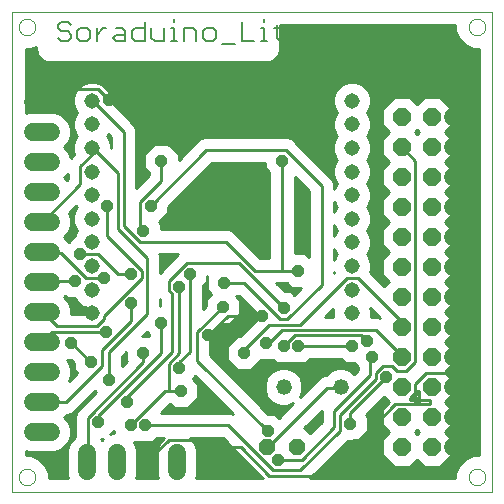
<source format=gbl>
G75*
G70*
%OFA0B0*%
%FSLAX24Y24*%
%IPPOS*%
%LPD*%
%AMOC8*
5,1,8,0,0,1.08239X$1,22.5*
%
%ADD10C,0.0000*%
%ADD11C,0.0060*%
%ADD12C,0.0520*%
%ADD13OC8,0.0520*%
%ADD14C,0.0515*%
%ADD15C,0.0600*%
%ADD16OC8,0.0600*%
%ADD17C,0.0100*%
%ADD18OC8,0.0400*%
D10*
X000417Y000150D02*
X000417Y016150D01*
X016417Y016150D01*
X016417Y000150D01*
X000417Y000150D01*
X000641Y000650D02*
X000643Y000683D01*
X000649Y000715D01*
X000658Y000746D01*
X000671Y000776D01*
X000688Y000804D01*
X000708Y000830D01*
X000731Y000854D01*
X000756Y000874D01*
X000784Y000892D01*
X000813Y000906D01*
X000844Y000916D01*
X000876Y000923D01*
X000909Y000926D01*
X000942Y000925D01*
X000974Y000920D01*
X001005Y000911D01*
X001036Y000899D01*
X001064Y000883D01*
X001091Y000864D01*
X001115Y000842D01*
X001136Y000817D01*
X001155Y000790D01*
X001170Y000761D01*
X001181Y000731D01*
X001189Y000699D01*
X001193Y000666D01*
X001193Y000634D01*
X001189Y000601D01*
X001181Y000569D01*
X001170Y000539D01*
X001155Y000510D01*
X001136Y000483D01*
X001115Y000458D01*
X001091Y000436D01*
X001064Y000417D01*
X001036Y000401D01*
X001005Y000389D01*
X000974Y000380D01*
X000942Y000375D01*
X000909Y000374D01*
X000876Y000377D01*
X000844Y000384D01*
X000813Y000394D01*
X000784Y000408D01*
X000756Y000426D01*
X000731Y000446D01*
X000708Y000470D01*
X000688Y000496D01*
X000671Y000524D01*
X000658Y000554D01*
X000649Y000585D01*
X000643Y000617D01*
X000641Y000650D01*
X015641Y000650D02*
X015643Y000683D01*
X015649Y000715D01*
X015658Y000746D01*
X015671Y000776D01*
X015688Y000804D01*
X015708Y000830D01*
X015731Y000854D01*
X015756Y000874D01*
X015784Y000892D01*
X015813Y000906D01*
X015844Y000916D01*
X015876Y000923D01*
X015909Y000926D01*
X015942Y000925D01*
X015974Y000920D01*
X016005Y000911D01*
X016036Y000899D01*
X016064Y000883D01*
X016091Y000864D01*
X016115Y000842D01*
X016136Y000817D01*
X016155Y000790D01*
X016170Y000761D01*
X016181Y000731D01*
X016189Y000699D01*
X016193Y000666D01*
X016193Y000634D01*
X016189Y000601D01*
X016181Y000569D01*
X016170Y000539D01*
X016155Y000510D01*
X016136Y000483D01*
X016115Y000458D01*
X016091Y000436D01*
X016064Y000417D01*
X016036Y000401D01*
X016005Y000389D01*
X015974Y000380D01*
X015942Y000375D01*
X015909Y000374D01*
X015876Y000377D01*
X015844Y000384D01*
X015813Y000394D01*
X015784Y000408D01*
X015756Y000426D01*
X015731Y000446D01*
X015708Y000470D01*
X015688Y000496D01*
X015671Y000524D01*
X015658Y000554D01*
X015649Y000585D01*
X015643Y000617D01*
X015641Y000650D01*
X015641Y015650D02*
X015643Y015683D01*
X015649Y015715D01*
X015658Y015746D01*
X015671Y015776D01*
X015688Y015804D01*
X015708Y015830D01*
X015731Y015854D01*
X015756Y015874D01*
X015784Y015892D01*
X015813Y015906D01*
X015844Y015916D01*
X015876Y015923D01*
X015909Y015926D01*
X015942Y015925D01*
X015974Y015920D01*
X016005Y015911D01*
X016036Y015899D01*
X016064Y015883D01*
X016091Y015864D01*
X016115Y015842D01*
X016136Y015817D01*
X016155Y015790D01*
X016170Y015761D01*
X016181Y015731D01*
X016189Y015699D01*
X016193Y015666D01*
X016193Y015634D01*
X016189Y015601D01*
X016181Y015569D01*
X016170Y015539D01*
X016155Y015510D01*
X016136Y015483D01*
X016115Y015458D01*
X016091Y015436D01*
X016064Y015417D01*
X016036Y015401D01*
X016005Y015389D01*
X015974Y015380D01*
X015942Y015375D01*
X015909Y015374D01*
X015876Y015377D01*
X015844Y015384D01*
X015813Y015394D01*
X015784Y015408D01*
X015756Y015426D01*
X015731Y015446D01*
X015708Y015470D01*
X015688Y015496D01*
X015671Y015524D01*
X015658Y015554D01*
X015649Y015585D01*
X015643Y015617D01*
X015641Y015650D01*
X000641Y015650D02*
X000643Y015683D01*
X000649Y015715D01*
X000658Y015746D01*
X000671Y015776D01*
X000688Y015804D01*
X000708Y015830D01*
X000731Y015854D01*
X000756Y015874D01*
X000784Y015892D01*
X000813Y015906D01*
X000844Y015916D01*
X000876Y015923D01*
X000909Y015926D01*
X000942Y015925D01*
X000974Y015920D01*
X001005Y015911D01*
X001036Y015899D01*
X001064Y015883D01*
X001091Y015864D01*
X001115Y015842D01*
X001136Y015817D01*
X001155Y015790D01*
X001170Y015761D01*
X001181Y015731D01*
X001189Y015699D01*
X001193Y015666D01*
X001193Y015634D01*
X001189Y015601D01*
X001181Y015569D01*
X001170Y015539D01*
X001155Y015510D01*
X001136Y015483D01*
X001115Y015458D01*
X001091Y015436D01*
X001064Y015417D01*
X001036Y015401D01*
X001005Y015389D01*
X000974Y015380D01*
X000942Y015375D01*
X000909Y015374D01*
X000876Y015377D01*
X000844Y015384D01*
X000813Y015394D01*
X000784Y015408D01*
X000756Y015426D01*
X000731Y015446D01*
X000708Y015470D01*
X000688Y015496D01*
X000671Y015524D01*
X000658Y015554D01*
X000649Y015585D01*
X000643Y015617D01*
X000641Y015650D01*
D11*
X001947Y015607D02*
X002053Y015500D01*
X002267Y015500D01*
X002374Y015394D01*
X002374Y015287D01*
X002267Y015180D01*
X002053Y015180D01*
X001947Y015287D01*
X001947Y015607D02*
X001947Y015714D01*
X002053Y015821D01*
X002267Y015821D01*
X002374Y015714D01*
X002591Y015500D02*
X002591Y015287D01*
X002698Y015180D01*
X002911Y015180D01*
X003018Y015287D01*
X003018Y015500D01*
X002911Y015607D01*
X002698Y015607D01*
X002591Y015500D01*
X003236Y015394D02*
X003449Y015607D01*
X003556Y015607D01*
X003236Y015607D02*
X003236Y015180D01*
X003773Y015287D02*
X003880Y015394D01*
X004200Y015394D01*
X004200Y015500D02*
X004200Y015180D01*
X003880Y015180D01*
X003773Y015287D01*
X003880Y015607D02*
X004093Y015607D01*
X004200Y015500D01*
X004417Y015500D02*
X004417Y015287D01*
X004524Y015180D01*
X004844Y015180D01*
X004844Y015821D01*
X004844Y015607D02*
X004524Y015607D01*
X004417Y015500D01*
X005062Y015607D02*
X005062Y015287D01*
X005169Y015180D01*
X005489Y015180D01*
X005489Y015607D01*
X005707Y015607D02*
X005813Y015607D01*
X005813Y015180D01*
X005707Y015180D02*
X005920Y015180D01*
X006136Y015180D02*
X006136Y015607D01*
X006457Y015607D01*
X006563Y015500D01*
X006563Y015180D01*
X006781Y015287D02*
X006781Y015500D01*
X006888Y015607D01*
X007101Y015607D01*
X007208Y015500D01*
X007208Y015287D01*
X007101Y015180D01*
X006888Y015180D01*
X006781Y015287D01*
X007425Y015073D02*
X007852Y015073D01*
X008070Y015180D02*
X008497Y015180D01*
X008714Y015180D02*
X008928Y015180D01*
X008821Y015180D02*
X008821Y015607D01*
X008714Y015607D01*
X008821Y015821D02*
X008821Y015927D01*
X009144Y015607D02*
X009358Y015607D01*
X009251Y015714D02*
X009251Y015287D01*
X009358Y015180D01*
X009574Y015287D02*
X009574Y015500D01*
X009681Y015607D01*
X009894Y015607D01*
X010001Y015500D01*
X010001Y015394D01*
X009574Y015394D01*
X009574Y015287D02*
X009681Y015180D01*
X009894Y015180D01*
X008070Y015180D02*
X008070Y015821D01*
X005813Y015821D02*
X005813Y015927D01*
D12*
X009467Y003650D03*
X011367Y003650D03*
D13*
X011917Y001650D03*
X009917Y001650D03*
X008917Y001650D03*
X006917Y001650D03*
D14*
X003086Y006107D03*
X003086Y006894D03*
X003086Y007681D03*
X003086Y008469D03*
X003086Y009256D03*
X003086Y010044D03*
X003086Y010831D03*
X003086Y011619D03*
X003086Y012406D03*
X003086Y013193D03*
X011747Y013193D03*
X011747Y012406D03*
X011747Y011619D03*
X011747Y010831D03*
X011747Y010044D03*
X011747Y009256D03*
X011747Y008469D03*
X011747Y007681D03*
X011747Y006894D03*
X011747Y006107D03*
D15*
X015117Y005650D02*
X015717Y005650D01*
X015717Y004650D02*
X015117Y004650D01*
X015117Y003650D02*
X015717Y003650D01*
X015717Y002650D02*
X015117Y002650D01*
X015117Y001650D02*
X015717Y001650D01*
X015717Y006650D02*
X015117Y006650D01*
X015117Y007650D02*
X015717Y007650D01*
X015717Y008650D02*
X015117Y008650D01*
X015117Y009650D02*
X015717Y009650D01*
X015717Y010650D02*
X015117Y010650D01*
X015117Y011650D02*
X015717Y011650D01*
X015717Y012650D02*
X015117Y012650D01*
X005917Y001450D02*
X005917Y000850D01*
X004917Y000850D02*
X004917Y001450D01*
X003917Y001450D02*
X003917Y000850D01*
X002917Y000850D02*
X002917Y001450D01*
X001717Y002150D02*
X001117Y002150D01*
X001117Y003150D02*
X001717Y003150D01*
X001717Y004150D02*
X001117Y004150D01*
X001117Y005150D02*
X001717Y005150D01*
X001717Y006150D02*
X001117Y006150D01*
X001117Y007150D02*
X001717Y007150D01*
X001717Y008150D02*
X001117Y008150D01*
X001117Y009150D02*
X001717Y009150D01*
X001717Y010150D02*
X001117Y010150D01*
X001117Y011150D02*
X001717Y011150D01*
X001717Y012150D02*
X001117Y012150D01*
X001117Y013150D02*
X001717Y013150D01*
D16*
X013417Y012650D03*
X014417Y012650D03*
X014417Y011650D03*
X014417Y010650D03*
X014417Y009650D03*
X014417Y008650D03*
X013417Y008650D03*
X013417Y009650D03*
X013417Y010650D03*
X013417Y011650D03*
X013417Y007650D03*
X014417Y007650D03*
X014417Y006650D03*
X014417Y005650D03*
X014417Y004650D03*
X014417Y003650D03*
X014417Y002650D03*
X014417Y001650D03*
X013417Y001650D03*
X013417Y002650D03*
X013417Y003650D03*
X013417Y004650D03*
X013417Y005650D03*
X013417Y006650D03*
D17*
X012963Y007144D02*
X012677Y007144D01*
X012579Y007242D02*
X012877Y007242D01*
X012969Y007150D02*
X012747Y007372D01*
X012747Y007928D01*
X012969Y008150D01*
X012747Y008372D01*
X012747Y008928D01*
X012969Y009150D01*
X012747Y009372D01*
X012747Y009928D01*
X012969Y010150D01*
X012747Y010372D01*
X012747Y010928D01*
X012969Y011150D01*
X012747Y011372D01*
X012747Y011928D01*
X012969Y012150D01*
X012747Y012372D01*
X012747Y012928D01*
X013139Y013320D01*
X013694Y013320D01*
X013917Y013098D01*
X014139Y013320D01*
X014694Y013320D01*
X015087Y012928D01*
X015087Y012372D01*
X014864Y012150D01*
X015087Y011928D01*
X015087Y011372D01*
X014864Y011150D01*
X015087Y010928D01*
X015087Y010372D01*
X014864Y010150D01*
X015087Y009928D01*
X015087Y009372D01*
X014864Y009150D01*
X015087Y008928D01*
X015087Y008372D01*
X014864Y008150D01*
X015087Y007928D01*
X015087Y007372D01*
X014864Y007150D01*
X015087Y006928D01*
X015087Y006372D01*
X014864Y006150D01*
X015087Y005928D01*
X015087Y005372D01*
X014864Y005150D01*
X015087Y004928D01*
X015087Y004372D01*
X014864Y004150D01*
X015087Y003928D01*
X015087Y003372D01*
X014864Y003150D01*
X015087Y002928D01*
X015087Y002372D01*
X014864Y002150D01*
X015087Y001928D01*
X015087Y001372D01*
X014694Y000980D01*
X014139Y000980D01*
X013917Y001202D01*
X013694Y000980D01*
X013139Y000980D01*
X012747Y001372D01*
X012747Y001928D01*
X012969Y002150D01*
X012747Y002372D01*
X012747Y002928D01*
X012969Y003150D01*
X012810Y003309D01*
X012217Y002716D01*
X012267Y002666D01*
X012267Y002194D01*
X011933Y001860D01*
X011601Y001860D01*
X010341Y000600D01*
X015191Y000600D01*
X015191Y000794D01*
X015302Y001061D01*
X015506Y001265D01*
X015772Y001376D01*
X015967Y001376D01*
X015967Y014924D01*
X015772Y014924D01*
X015506Y015035D01*
X015302Y015239D01*
X015191Y015506D01*
X015191Y015700D01*
X009337Y015700D01*
X009337Y014899D01*
X009334Y014864D01*
X009328Y014829D01*
X009320Y014794D01*
X009309Y014761D01*
X009296Y014728D01*
X009279Y014697D01*
X009261Y014666D01*
X009240Y014638D01*
X009217Y014611D01*
X009192Y014586D01*
X009165Y014563D01*
X009137Y014542D01*
X009107Y014524D01*
X009075Y014508D01*
X009042Y014494D01*
X009009Y014483D01*
X008974Y014475D01*
X008940Y014469D01*
X008904Y014467D01*
X001666Y014467D01*
X001630Y014469D01*
X001595Y014475D01*
X001561Y014483D01*
X001527Y014494D01*
X001495Y014508D01*
X001463Y014524D01*
X001433Y014542D01*
X001405Y014563D01*
X001378Y014586D01*
X001353Y014611D01*
X001330Y014638D01*
X001309Y014666D01*
X001290Y014697D01*
X001274Y014728D01*
X001261Y014761D01*
X001250Y014794D01*
X001242Y014829D01*
X001236Y014864D01*
X001233Y014899D01*
X001233Y014996D01*
X001061Y014924D01*
X000867Y014924D01*
X000867Y012772D01*
X000983Y012820D01*
X001850Y012820D01*
X002096Y012718D01*
X002285Y012530D01*
X002387Y012283D01*
X002387Y012017D01*
X002285Y011770D01*
X002164Y011650D01*
X002285Y011530D01*
X002384Y011291D01*
X002496Y011403D01*
X002458Y011494D01*
X002458Y011743D01*
X002554Y011974D01*
X002592Y012012D01*
X002554Y012050D01*
X002458Y012281D01*
X002458Y012531D01*
X002554Y012761D01*
X002592Y012800D01*
X002554Y012838D01*
X002458Y013068D01*
X002458Y013318D01*
X002554Y013549D01*
X002731Y013725D01*
X002961Y013821D01*
X003211Y013821D01*
X003441Y013725D01*
X003618Y013549D01*
X003713Y013318D01*
X003713Y013167D01*
X004493Y012388D01*
X004557Y012234D01*
X004557Y010284D01*
X004977Y010704D01*
X004977Y010804D01*
X004827Y010954D01*
X004827Y011426D01*
X005161Y011760D01*
X005633Y011760D01*
X005967Y011426D01*
X005967Y011214D01*
X006659Y011906D01*
X006813Y011970D01*
X009620Y011970D01*
X009775Y011906D01*
X009893Y011788D01*
X011093Y010588D01*
X011157Y010434D01*
X011157Y010257D01*
X011215Y010399D01*
X011254Y010437D01*
X011215Y010476D01*
X011120Y010706D01*
X011120Y010956D01*
X011215Y011187D01*
X011254Y011225D01*
X011215Y011263D01*
X011120Y011494D01*
X011120Y011743D01*
X011215Y011974D01*
X011254Y012012D01*
X011215Y012050D01*
X011120Y012281D01*
X011120Y012531D01*
X011215Y012761D01*
X011254Y012800D01*
X011215Y012838D01*
X011120Y013068D01*
X011120Y013318D01*
X011215Y013549D01*
X011392Y013725D01*
X011623Y013821D01*
X011872Y013821D01*
X012103Y013725D01*
X012279Y013549D01*
X012375Y013318D01*
X012375Y013068D01*
X012279Y012838D01*
X012241Y012800D01*
X012279Y012761D01*
X012375Y012531D01*
X012375Y012281D01*
X012279Y012050D01*
X012241Y012012D01*
X012279Y011974D01*
X012375Y011743D01*
X012375Y011494D01*
X012279Y011263D01*
X012241Y011225D01*
X012279Y011187D01*
X012375Y010956D01*
X012375Y010706D01*
X012279Y010476D01*
X012241Y010437D01*
X012279Y010399D01*
X012375Y010169D01*
X012375Y009919D01*
X012279Y009688D01*
X012241Y009650D01*
X012279Y009612D01*
X012375Y009381D01*
X012375Y009131D01*
X012279Y008901D01*
X012241Y008863D01*
X012279Y008824D01*
X012375Y008594D01*
X012375Y008344D01*
X012279Y008113D01*
X012241Y008075D01*
X012279Y008037D01*
X012375Y007806D01*
X012375Y007557D01*
X012342Y007478D01*
X012820Y007001D01*
X012969Y007150D01*
X012864Y007045D02*
X012776Y007045D01*
X012779Y007341D02*
X012480Y007341D01*
X012382Y007439D02*
X012747Y007439D01*
X012747Y007538D02*
X012367Y007538D01*
X012375Y007636D02*
X012747Y007636D01*
X012747Y007735D02*
X012375Y007735D01*
X012364Y007833D02*
X012747Y007833D01*
X012751Y007932D02*
X012323Y007932D01*
X012282Y008030D02*
X012849Y008030D01*
X012948Y008129D02*
X012286Y008129D01*
X012326Y008227D02*
X012892Y008227D01*
X012794Y008326D02*
X012367Y008326D01*
X012375Y008424D02*
X012747Y008424D01*
X012747Y008523D02*
X012375Y008523D01*
X012364Y008621D02*
X012747Y008621D01*
X012747Y008720D02*
X012323Y008720D01*
X012282Y008818D02*
X012747Y008818D01*
X012747Y008917D02*
X012286Y008917D01*
X012327Y009015D02*
X012834Y009015D01*
X012933Y009114D02*
X012367Y009114D01*
X012375Y009212D02*
X012907Y009212D01*
X012809Y009311D02*
X012375Y009311D01*
X012363Y009409D02*
X012747Y009409D01*
X012747Y009508D02*
X012322Y009508D01*
X012282Y009606D02*
X012747Y009606D01*
X012747Y009705D02*
X012286Y009705D01*
X012327Y009803D02*
X012747Y009803D01*
X012747Y009902D02*
X012368Y009902D01*
X012375Y010000D02*
X012819Y010000D01*
X012918Y010099D02*
X012375Y010099D01*
X012363Y010197D02*
X012922Y010197D01*
X012824Y010296D02*
X012322Y010296D01*
X012281Y010394D02*
X012747Y010394D01*
X012747Y010493D02*
X012286Y010493D01*
X012327Y010591D02*
X012747Y010591D01*
X012747Y010690D02*
X012368Y010690D01*
X012375Y010788D02*
X012747Y010788D01*
X012747Y010887D02*
X012375Y010887D01*
X012363Y010985D02*
X012804Y010985D01*
X012903Y011084D02*
X012322Y011084D01*
X012281Y011182D02*
X012937Y011182D01*
X012839Y011281D02*
X012287Y011281D01*
X012327Y011379D02*
X012747Y011379D01*
X012747Y011478D02*
X012368Y011478D01*
X012375Y011576D02*
X012747Y011576D01*
X012747Y011675D02*
X012375Y011675D01*
X012363Y011773D02*
X012747Y011773D01*
X012747Y011872D02*
X012322Y011872D01*
X012281Y011970D02*
X012789Y011970D01*
X012888Y012069D02*
X012287Y012069D01*
X012328Y012167D02*
X012952Y012167D01*
X012854Y012266D02*
X012368Y012266D01*
X012375Y012364D02*
X012755Y012364D01*
X012747Y012463D02*
X012375Y012463D01*
X012362Y012561D02*
X012747Y012561D01*
X012747Y012660D02*
X012321Y012660D01*
X012281Y012758D02*
X012747Y012758D01*
X012747Y012857D02*
X012287Y012857D01*
X012328Y012955D02*
X012774Y012955D01*
X012873Y013054D02*
X012369Y013054D01*
X012375Y013152D02*
X012971Y013152D01*
X013070Y013251D02*
X012375Y013251D01*
X012362Y013349D02*
X015967Y013349D01*
X015967Y013251D02*
X014764Y013251D01*
X014862Y013152D02*
X015967Y013152D01*
X015967Y013054D02*
X014961Y013054D01*
X015059Y012955D02*
X015967Y012955D01*
X015967Y012857D02*
X015087Y012857D01*
X015087Y012758D02*
X015967Y012758D01*
X015967Y012660D02*
X015087Y012660D01*
X015087Y012561D02*
X015967Y012561D01*
X015967Y012463D02*
X015087Y012463D01*
X015078Y012364D02*
X015967Y012364D01*
X015967Y012266D02*
X014980Y012266D01*
X014881Y012167D02*
X015967Y012167D01*
X015967Y012069D02*
X014946Y012069D01*
X015044Y011970D02*
X015967Y011970D01*
X015967Y011872D02*
X015087Y011872D01*
X015087Y011773D02*
X015967Y011773D01*
X015967Y011675D02*
X015087Y011675D01*
X015087Y011576D02*
X015967Y011576D01*
X015967Y011478D02*
X015087Y011478D01*
X015087Y011379D02*
X015967Y011379D01*
X015967Y011281D02*
X014995Y011281D01*
X014896Y011182D02*
X015967Y011182D01*
X015967Y011084D02*
X014931Y011084D01*
X015029Y010985D02*
X015967Y010985D01*
X015967Y010887D02*
X015087Y010887D01*
X015087Y010788D02*
X015967Y010788D01*
X015967Y010690D02*
X015087Y010690D01*
X015087Y010591D02*
X015967Y010591D01*
X015967Y010493D02*
X015087Y010493D01*
X015087Y010394D02*
X015967Y010394D01*
X015967Y010296D02*
X015010Y010296D01*
X014911Y010197D02*
X015967Y010197D01*
X015967Y010099D02*
X014916Y010099D01*
X015014Y010000D02*
X015967Y010000D01*
X015967Y009902D02*
X015087Y009902D01*
X015087Y009803D02*
X015967Y009803D01*
X015967Y009705D02*
X015087Y009705D01*
X015087Y009606D02*
X015967Y009606D01*
X015967Y009508D02*
X015087Y009508D01*
X015087Y009409D02*
X015967Y009409D01*
X015967Y009311D02*
X015025Y009311D01*
X014926Y009212D02*
X015967Y009212D01*
X015967Y009114D02*
X014901Y009114D01*
X014999Y009015D02*
X015967Y009015D01*
X015967Y008917D02*
X015087Y008917D01*
X015087Y008818D02*
X015967Y008818D01*
X015967Y008720D02*
X015087Y008720D01*
X015087Y008621D02*
X015967Y008621D01*
X015967Y008523D02*
X015087Y008523D01*
X015087Y008424D02*
X015967Y008424D01*
X015967Y008326D02*
X015040Y008326D01*
X014941Y008227D02*
X015967Y008227D01*
X015967Y008129D02*
X014886Y008129D01*
X014984Y008030D02*
X015967Y008030D01*
X015967Y007932D02*
X015083Y007932D01*
X015087Y007833D02*
X015967Y007833D01*
X015967Y007735D02*
X015087Y007735D01*
X015087Y007636D02*
X015967Y007636D01*
X015967Y007538D02*
X015087Y007538D01*
X015087Y007439D02*
X015967Y007439D01*
X015967Y007341D02*
X015055Y007341D01*
X014956Y007242D02*
X015967Y007242D01*
X015967Y007144D02*
X014871Y007144D01*
X014969Y007045D02*
X015967Y007045D01*
X015967Y006947D02*
X015068Y006947D01*
X015087Y006848D02*
X015967Y006848D01*
X015967Y006750D02*
X015087Y006750D01*
X015087Y006651D02*
X015967Y006651D01*
X015967Y006553D02*
X015087Y006553D01*
X015087Y006454D02*
X015967Y006454D01*
X015967Y006356D02*
X015070Y006356D01*
X014971Y006257D02*
X015967Y006257D01*
X015967Y006159D02*
X014873Y006159D01*
X014954Y006060D02*
X015967Y006060D01*
X015967Y005962D02*
X015053Y005962D01*
X015087Y005863D02*
X015967Y005863D01*
X015967Y005765D02*
X015087Y005765D01*
X015087Y005666D02*
X015967Y005666D01*
X015967Y005568D02*
X015087Y005568D01*
X015087Y005469D02*
X015967Y005469D01*
X015967Y005371D02*
X015085Y005371D01*
X014986Y005272D02*
X015967Y005272D01*
X015967Y005174D02*
X014888Y005174D01*
X014939Y005075D02*
X015967Y005075D01*
X015967Y004977D02*
X015038Y004977D01*
X015087Y004878D02*
X015967Y004878D01*
X015967Y004780D02*
X015087Y004780D01*
X015087Y004681D02*
X015967Y004681D01*
X015967Y004583D02*
X015087Y004583D01*
X015087Y004484D02*
X015967Y004484D01*
X015967Y004386D02*
X015087Y004386D01*
X015001Y004287D02*
X015967Y004287D01*
X015967Y004189D02*
X014903Y004189D01*
X014877Y004110D02*
X015417Y004650D01*
X014997Y004110D02*
X015417Y003690D01*
X015417Y003650D01*
X015087Y003696D02*
X015967Y003696D01*
X015967Y003598D02*
X015087Y003598D01*
X015087Y003499D02*
X015967Y003499D01*
X015967Y003401D02*
X015087Y003401D01*
X015016Y003302D02*
X015967Y003302D01*
X015967Y003204D02*
X014918Y003204D01*
X014909Y003105D02*
X015967Y003105D01*
X015967Y003007D02*
X015008Y003007D01*
X015087Y002908D02*
X015967Y002908D01*
X015967Y002810D02*
X015087Y002810D01*
X015087Y002711D02*
X015967Y002711D01*
X015967Y002613D02*
X015087Y002613D01*
X015087Y002514D02*
X015967Y002514D01*
X015967Y002416D02*
X015087Y002416D01*
X015031Y002317D02*
X015967Y002317D01*
X015967Y002219D02*
X014933Y002219D01*
X014894Y002120D02*
X015967Y002120D01*
X015967Y002022D02*
X014993Y002022D01*
X015087Y001923D02*
X015967Y001923D01*
X015967Y001825D02*
X015087Y001825D01*
X015087Y001726D02*
X015967Y001726D01*
X015967Y001628D02*
X015087Y001628D01*
X015087Y001529D02*
X015967Y001529D01*
X015967Y001431D02*
X015087Y001431D01*
X015046Y001332D02*
X015667Y001332D01*
X015474Y001234D02*
X014948Y001234D01*
X014849Y001135D02*
X015376Y001135D01*
X015291Y001037D02*
X014751Y001037D01*
X015210Y000840D02*
X010580Y000840D01*
X010679Y000938D02*
X015251Y000938D01*
X015191Y000741D02*
X010482Y000741D01*
X010383Y000643D02*
X015191Y000643D01*
X014083Y001037D02*
X013751Y001037D01*
X013849Y001135D02*
X013984Y001135D01*
X013083Y001037D02*
X010777Y001037D01*
X010876Y001135D02*
X012984Y001135D01*
X012886Y001234D02*
X010974Y001234D01*
X011073Y001332D02*
X012787Y001332D01*
X012747Y001431D02*
X011171Y001431D01*
X011270Y001529D02*
X012747Y001529D01*
X012747Y001628D02*
X011368Y001628D01*
X011467Y001726D02*
X012747Y001726D01*
X012747Y001825D02*
X011565Y001825D01*
X011877Y001650D02*
X011917Y001650D01*
X011937Y001650D01*
X011937Y001830D01*
X013197Y003090D01*
X014337Y003090D01*
X014337Y003210D01*
X013677Y003210D01*
X013677Y003270D01*
X013917Y003510D01*
X013977Y003510D01*
X013977Y003270D01*
X013797Y003270D01*
X013797Y003330D01*
X013917Y003450D01*
X013857Y003510D01*
X013857Y003750D01*
X014217Y004110D01*
X014877Y004110D01*
X014997Y004110D01*
X014924Y004090D02*
X015967Y004090D01*
X015967Y003992D02*
X015023Y003992D01*
X015087Y003893D02*
X015967Y003893D01*
X015967Y003795D02*
X015087Y003795D01*
X013969Y003150D02*
X013917Y003202D01*
X013864Y003150D01*
X013917Y003098D01*
X013969Y003150D01*
X013924Y003105D02*
X013909Y003105D01*
X013917Y002202D02*
X013969Y002150D01*
X013917Y002098D01*
X013864Y002150D01*
X013917Y002202D01*
X013939Y002120D02*
X013894Y002120D01*
X012939Y002120D02*
X012193Y002120D01*
X012267Y002219D02*
X012901Y002219D01*
X012802Y002317D02*
X012267Y002317D01*
X012267Y002416D02*
X012747Y002416D01*
X012747Y002514D02*
X012267Y002514D01*
X012267Y002613D02*
X012747Y002613D01*
X012747Y002711D02*
X012222Y002711D01*
X012310Y002810D02*
X012747Y002810D01*
X012747Y002908D02*
X012409Y002908D01*
X012507Y003007D02*
X012826Y003007D01*
X012924Y003105D02*
X012606Y003105D01*
X012704Y003204D02*
X012916Y003204D01*
X012817Y003302D02*
X012803Y003302D01*
X012537Y003930D02*
X012537Y004110D01*
X012777Y004350D01*
X013077Y004350D01*
X013257Y004170D01*
X013557Y004170D01*
X013857Y004470D01*
X013857Y011190D01*
X013437Y011610D01*
X013417Y011650D01*
X013864Y012150D02*
X013917Y012098D01*
X013969Y012150D01*
X013917Y012202D01*
X013864Y012150D01*
X013881Y012167D02*
X013952Y012167D01*
X013971Y013152D02*
X013862Y013152D01*
X013764Y013251D02*
X014070Y013251D01*
X012321Y013448D02*
X015967Y013448D01*
X015967Y013546D02*
X012280Y013546D01*
X012184Y013645D02*
X015967Y013645D01*
X015967Y013743D02*
X012060Y013743D01*
X011435Y013743D02*
X003398Y013743D01*
X003522Y013645D02*
X011311Y013645D01*
X011214Y013546D02*
X003619Y013546D01*
X003660Y013448D02*
X011173Y013448D01*
X011133Y013349D02*
X003701Y013349D01*
X003713Y013251D02*
X011120Y013251D01*
X011120Y013152D02*
X003729Y013152D01*
X003657Y013230D02*
X003297Y013590D01*
X001857Y013590D01*
X001417Y013150D01*
X000867Y013152D02*
X002458Y013152D01*
X002458Y013251D02*
X000867Y013251D01*
X000867Y013349D02*
X002471Y013349D01*
X002512Y013448D02*
X000867Y013448D01*
X000867Y013546D02*
X002553Y013546D01*
X002650Y013645D02*
X000867Y013645D01*
X000867Y013743D02*
X002773Y013743D01*
X003086Y013193D02*
X003117Y013170D01*
X004137Y012150D01*
X004137Y009030D01*
X004677Y008490D01*
X007557Y008490D01*
X008517Y007530D01*
X009417Y007530D01*
X009417Y011190D01*
X009537Y011550D02*
X006897Y011550D01*
X005037Y009690D01*
X004677Y009810D02*
X004677Y008970D01*
X004797Y008850D01*
X005367Y008910D02*
X005367Y009086D01*
X005303Y009150D01*
X005607Y009454D01*
X005607Y009666D01*
X007071Y011130D01*
X008847Y011130D01*
X008847Y010954D01*
X008997Y010804D01*
X008997Y007950D01*
X008691Y007950D01*
X007913Y008728D01*
X007795Y008846D01*
X007640Y008910D01*
X005367Y008910D01*
X005367Y008917D02*
X008997Y008917D01*
X008997Y009015D02*
X005367Y009015D01*
X005339Y009114D02*
X008997Y009114D01*
X008997Y009212D02*
X005365Y009212D01*
X005463Y009311D02*
X008997Y009311D01*
X008997Y009409D02*
X005562Y009409D01*
X005607Y009508D02*
X008997Y009508D01*
X008997Y009606D02*
X005607Y009606D01*
X005645Y009705D02*
X008997Y009705D01*
X008997Y009803D02*
X005744Y009803D01*
X005842Y009902D02*
X008997Y009902D01*
X008997Y010000D02*
X005941Y010000D01*
X006039Y010099D02*
X008997Y010099D01*
X008997Y010197D02*
X006138Y010197D01*
X006236Y010296D02*
X008997Y010296D01*
X008997Y010394D02*
X006335Y010394D01*
X006433Y010493D02*
X008997Y010493D01*
X008997Y010591D02*
X006532Y010591D01*
X006630Y010690D02*
X008997Y010690D01*
X008997Y010788D02*
X006729Y010788D01*
X006827Y010887D02*
X008914Y010887D01*
X008847Y010985D02*
X006926Y010985D01*
X007024Y011084D02*
X008847Y011084D01*
X009537Y011550D02*
X010737Y010350D01*
X010737Y007050D01*
X009597Y005910D01*
X009357Y005910D01*
X008157Y007110D01*
X007497Y007110D01*
X007883Y006690D02*
X007983Y006690D01*
X008673Y006000D01*
X008641Y005968D01*
X008013Y005340D01*
X007921Y005340D01*
X007587Y005006D01*
X007587Y004534D01*
X007921Y004200D01*
X008393Y004200D01*
X008727Y004534D01*
X008727Y004560D01*
X009113Y004560D01*
X009117Y004564D01*
X009241Y004440D01*
X009713Y004440D01*
X009717Y004444D01*
X009721Y004440D01*
X010193Y004440D01*
X010343Y004590D01*
X011371Y004590D01*
X011521Y004440D01*
X011847Y004440D01*
X011847Y004414D01*
X011937Y004324D01*
X011937Y004224D01*
X011810Y004097D01*
X011724Y004184D01*
X011492Y004280D01*
X011241Y004280D01*
X011010Y004184D01*
X010876Y004050D01*
X010833Y004050D01*
X010679Y003986D01*
X010011Y003319D01*
X010097Y003525D01*
X010097Y003775D01*
X010001Y004007D01*
X009824Y004184D01*
X009592Y004280D01*
X009341Y004280D01*
X009110Y004184D01*
X008933Y004007D01*
X008837Y003775D01*
X008837Y003525D01*
X008933Y003293D01*
X009110Y003116D01*
X009341Y003020D01*
X009592Y003020D01*
X009798Y003105D01*
X009797Y003105D01*
X009798Y003105D02*
X009313Y002620D01*
X009173Y002760D01*
X008961Y002760D01*
X007017Y004704D01*
X007017Y005316D01*
X007461Y005760D01*
X007673Y005760D01*
X008007Y006094D01*
X008007Y006566D01*
X007883Y006690D01*
X007922Y006651D02*
X008022Y006651D01*
X008007Y006553D02*
X008120Y006553D01*
X008219Y006454D02*
X008007Y006454D01*
X008007Y006356D02*
X008317Y006356D01*
X008416Y006257D02*
X008007Y006257D01*
X008007Y006159D02*
X008514Y006159D01*
X008613Y006060D02*
X007973Y006060D01*
X007874Y005962D02*
X008634Y005962D01*
X008536Y005863D02*
X007776Y005863D01*
X007677Y005765D02*
X008437Y005765D01*
X008339Y005666D02*
X007367Y005666D01*
X007268Y005568D02*
X008240Y005568D01*
X008142Y005469D02*
X007170Y005469D01*
X007071Y005371D02*
X008043Y005371D01*
X007853Y005272D02*
X007017Y005272D01*
X007017Y005174D02*
X007754Y005174D01*
X007656Y005075D02*
X007017Y005075D01*
X007017Y004977D02*
X007587Y004977D01*
X007587Y004878D02*
X007017Y004878D01*
X007017Y004780D02*
X007587Y004780D01*
X007587Y004681D02*
X007040Y004681D01*
X007138Y004583D02*
X007587Y004583D01*
X007637Y004484D02*
X007237Y004484D01*
X007335Y004386D02*
X007735Y004386D01*
X007834Y004287D02*
X007434Y004287D01*
X007532Y004189D02*
X009120Y004189D01*
X009016Y004090D02*
X007631Y004090D01*
X007729Y003992D02*
X008926Y003992D01*
X008885Y003893D02*
X007828Y003893D01*
X007926Y003795D02*
X008845Y003795D01*
X008837Y003696D02*
X008025Y003696D01*
X008123Y003598D02*
X008837Y003598D01*
X008847Y003499D02*
X008222Y003499D01*
X008320Y003401D02*
X008888Y003401D01*
X008929Y003302D02*
X008419Y003302D01*
X008517Y003204D02*
X009022Y003204D01*
X009136Y003105D02*
X008616Y003105D01*
X008714Y003007D02*
X009699Y003007D01*
X009601Y002908D02*
X008813Y002908D01*
X008911Y002810D02*
X009502Y002810D01*
X009404Y002711D02*
X009222Y002711D01*
X008937Y002190D02*
X006597Y004530D01*
X006597Y005490D01*
X007437Y006330D01*
X007617Y006030D02*
X006957Y005370D01*
X006357Y004830D02*
X006357Y007410D01*
X006237Y007770D02*
X007977Y007770D01*
X009477Y006270D01*
X009501Y006840D02*
X009231Y007110D01*
X009571Y007110D01*
X009721Y006960D01*
X010053Y006960D01*
X009823Y006730D01*
X009713Y006840D01*
X009501Y006840D01*
X009493Y006848D02*
X009941Y006848D01*
X010039Y006947D02*
X009394Y006947D01*
X009296Y007045D02*
X009636Y007045D01*
X009803Y006750D02*
X009842Y006750D01*
X009957Y007530D02*
X009417Y007530D01*
X008997Y008030D02*
X008611Y008030D01*
X008512Y008129D02*
X008997Y008129D01*
X008997Y008227D02*
X008414Y008227D01*
X008315Y008326D02*
X008997Y008326D01*
X008997Y008424D02*
X008217Y008424D01*
X008118Y008523D02*
X008997Y008523D01*
X008997Y008621D02*
X008020Y008621D01*
X007921Y008720D02*
X008997Y008720D01*
X008997Y008818D02*
X007823Y008818D01*
X007913Y008728D02*
X007913Y008728D01*
X006931Y007350D02*
X006927Y007346D01*
X006927Y006874D01*
X007051Y006750D01*
X006867Y006566D01*
X006867Y006354D01*
X006777Y006264D01*
X006777Y007024D01*
X006927Y007174D01*
X006927Y007350D01*
X006931Y007350D01*
X006927Y007341D02*
X006927Y007341D01*
X006927Y007242D02*
X006927Y007242D01*
X006927Y007144D02*
X006896Y007144D01*
X006927Y007045D02*
X006798Y007045D01*
X006777Y006947D02*
X006927Y006947D01*
X006953Y006848D02*
X006777Y006848D01*
X006777Y006750D02*
X007050Y006750D01*
X006952Y006651D02*
X006777Y006651D01*
X006777Y006553D02*
X006867Y006553D01*
X006867Y006454D02*
X006777Y006454D01*
X006777Y006356D02*
X006867Y006356D01*
X007617Y006030D02*
X008757Y006030D01*
X008997Y005730D02*
X010017Y005730D01*
X011577Y007290D01*
X011937Y007290D01*
X013377Y005850D01*
X013377Y005670D01*
X013417Y005650D01*
X012693Y005940D02*
X012620Y005970D01*
X012370Y005970D01*
X012375Y005982D01*
X012375Y006232D01*
X012356Y006276D01*
X012693Y005940D01*
X012671Y005962D02*
X012641Y005962D01*
X012573Y006060D02*
X012375Y006060D01*
X012375Y006159D02*
X012474Y006159D01*
X012376Y006257D02*
X012364Y006257D01*
X012537Y005550D02*
X013437Y004650D01*
X013417Y004650D01*
X012897Y003990D02*
X011697Y002790D01*
X011697Y002430D01*
X011337Y002190D02*
X011337Y002730D01*
X012537Y003930D01*
X012357Y004050D02*
X012357Y004590D01*
X012417Y004650D01*
X012237Y005190D02*
X012057Y005370D01*
X009837Y005370D01*
X009477Y005010D01*
X009957Y005010D02*
X011757Y005010D01*
X011378Y004583D02*
X010335Y004583D01*
X010237Y004484D02*
X011477Y004484D01*
X011713Y004189D02*
X011901Y004189D01*
X011937Y004287D02*
X008480Y004287D01*
X008578Y004386D02*
X011875Y004386D01*
X012357Y004050D02*
X011157Y002850D01*
X011157Y002310D01*
X010077Y001230D01*
X009297Y001230D01*
X009117Y000870D02*
X010017Y000870D01*
X011337Y002190D01*
X011877Y001650D02*
X010917Y000690D01*
X008997Y000690D01*
X008037Y001650D01*
X006917Y001650D01*
X006897Y001650D01*
X006657Y001890D01*
X005637Y001890D01*
X004917Y001170D01*
X004917Y001150D01*
X004587Y001135D02*
X005247Y001135D01*
X005247Y001037D02*
X004587Y001037D01*
X004587Y000938D02*
X005247Y000938D01*
X005247Y000840D02*
X004587Y000840D01*
X004587Y000741D02*
X005247Y000741D01*
X005247Y000717D02*
X005295Y000600D01*
X004538Y000600D01*
X004587Y000717D01*
X004587Y001583D01*
X004497Y001800D01*
X004613Y001800D01*
X004617Y001804D01*
X004621Y001800D01*
X005093Y001800D01*
X005243Y001950D01*
X005469Y001950D01*
X005349Y001830D01*
X005247Y001583D01*
X005247Y000717D01*
X005277Y000643D02*
X004556Y000643D01*
X004587Y001234D02*
X005247Y001234D01*
X005247Y001332D02*
X004587Y001332D01*
X004587Y001431D02*
X005247Y001431D01*
X005247Y001529D02*
X004587Y001529D01*
X004568Y001628D02*
X005265Y001628D01*
X005306Y001726D02*
X004528Y001726D01*
X005117Y001825D02*
X005347Y001825D01*
X005442Y001923D02*
X005216Y001923D01*
X004857Y002370D02*
X007617Y002370D01*
X009117Y000870D01*
X008793Y000600D02*
X006538Y000600D01*
X006587Y000717D01*
X006587Y001583D01*
X006485Y001830D01*
X006364Y001950D01*
X007443Y001950D01*
X008761Y000632D01*
X008793Y000600D01*
X008750Y000643D02*
X006556Y000643D01*
X006587Y000741D02*
X008652Y000741D01*
X008553Y000840D02*
X006587Y000840D01*
X006587Y000938D02*
X008455Y000938D01*
X008356Y001037D02*
X006587Y001037D01*
X006587Y001135D02*
X008258Y001135D01*
X008159Y001234D02*
X006587Y001234D01*
X006587Y001332D02*
X008061Y001332D01*
X007962Y001431D02*
X006587Y001431D01*
X006587Y001529D02*
X007864Y001529D01*
X007765Y001628D02*
X006568Y001628D01*
X006528Y001726D02*
X007667Y001726D01*
X007568Y001825D02*
X006487Y001825D01*
X006391Y001923D02*
X007470Y001923D01*
X007773Y002760D02*
X007700Y002790D01*
X005391Y002790D01*
X005681Y003080D01*
X005821Y002940D01*
X006293Y002940D01*
X006627Y003274D01*
X006627Y003746D01*
X006443Y003930D01*
X006523Y004010D01*
X007773Y002760D01*
X007723Y002810D02*
X005410Y002810D01*
X005509Y002908D02*
X007625Y002908D01*
X007526Y003007D02*
X006359Y003007D01*
X006458Y003105D02*
X007428Y003105D01*
X007329Y003204D02*
X006556Y003204D01*
X006627Y003302D02*
X007231Y003302D01*
X007132Y003401D02*
X006627Y003401D01*
X006627Y003499D02*
X007034Y003499D01*
X006935Y003598D02*
X006627Y003598D01*
X006627Y003696D02*
X006837Y003696D01*
X006738Y003795D02*
X006578Y003795D01*
X006640Y003893D02*
X006480Y003893D01*
X006504Y003992D02*
X006541Y003992D01*
X005997Y004290D02*
X005997Y004470D01*
X006357Y004830D01*
X005997Y004770D02*
X005997Y006990D01*
X005757Y006750D02*
X005637Y006870D01*
X005637Y007170D01*
X006237Y007770D01*
X005943Y008070D02*
X005881Y008008D01*
X005337Y007464D01*
X005337Y007866D01*
X005337Y008034D01*
X005322Y008070D01*
X005943Y008070D01*
X005903Y008030D02*
X005337Y008030D01*
X005337Y007932D02*
X005804Y007932D01*
X005706Y007833D02*
X005337Y007833D01*
X005337Y007735D02*
X005607Y007735D01*
X005509Y007636D02*
X005337Y007636D01*
X005337Y007538D02*
X005410Y007538D01*
X004917Y007950D02*
X003957Y008910D01*
X003957Y010770D01*
X003117Y011610D01*
X003086Y011619D01*
X003177Y011490D01*
X002697Y011010D01*
X002697Y010410D01*
X001437Y009150D01*
X001417Y009150D01*
X002164Y008650D02*
X002285Y008770D01*
X002387Y009017D01*
X002387Y009283D01*
X002321Y009441D01*
X002561Y009681D01*
X002592Y009650D01*
X002554Y009612D01*
X002458Y009381D01*
X002458Y009131D01*
X002554Y008901D01*
X002592Y008863D01*
X002554Y008824D01*
X002478Y008640D01*
X002461Y008640D01*
X002304Y008483D01*
X002285Y008530D01*
X002164Y008650D01*
X002193Y008621D02*
X002442Y008621D01*
X002511Y008720D02*
X002234Y008720D01*
X002304Y008818D02*
X002551Y008818D01*
X002548Y008917D02*
X002345Y008917D01*
X002386Y009015D02*
X002507Y009015D01*
X002466Y009114D02*
X002387Y009114D01*
X002387Y009212D02*
X002458Y009212D01*
X002458Y009311D02*
X002375Y009311D01*
X002335Y009409D02*
X002470Y009409D01*
X002511Y009508D02*
X002388Y009508D01*
X002487Y009606D02*
X002552Y009606D01*
X002253Y010561D02*
X002277Y010584D01*
X002277Y010762D01*
X002164Y010650D01*
X002253Y010561D01*
X002277Y010591D02*
X002223Y010591D01*
X002204Y010690D02*
X002277Y010690D01*
X002347Y011379D02*
X002472Y011379D01*
X002465Y011478D02*
X002306Y011478D01*
X002238Y011576D02*
X002458Y011576D01*
X002458Y011675D02*
X002189Y011675D01*
X002286Y011773D02*
X002471Y011773D01*
X002512Y011872D02*
X002327Y011872D01*
X002367Y011970D02*
X002552Y011970D01*
X002547Y012069D02*
X002387Y012069D01*
X002387Y012167D02*
X002506Y012167D01*
X002465Y012266D02*
X002387Y012266D01*
X002353Y012364D02*
X002458Y012364D01*
X002458Y012463D02*
X002312Y012463D01*
X002253Y012561D02*
X002471Y012561D01*
X002512Y012660D02*
X002155Y012660D01*
X002000Y012758D02*
X002553Y012758D01*
X002546Y012857D02*
X000867Y012857D01*
X000867Y012955D02*
X002505Y012955D01*
X002465Y013054D02*
X000867Y013054D01*
X000867Y013842D02*
X015967Y013842D01*
X015967Y013940D02*
X000867Y013940D01*
X000867Y014039D02*
X015967Y014039D01*
X015967Y014137D02*
X000867Y014137D01*
X000867Y014236D02*
X015967Y014236D01*
X015967Y014334D02*
X000867Y014334D01*
X000867Y014433D02*
X015967Y014433D01*
X015967Y014531D02*
X009119Y014531D01*
X009233Y014630D02*
X015967Y014630D01*
X015967Y014728D02*
X009296Y014728D01*
X009328Y014827D02*
X015967Y014827D01*
X015771Y014925D02*
X009337Y014925D01*
X009337Y015024D02*
X015533Y015024D01*
X015418Y015122D02*
X009337Y015122D01*
X009337Y015221D02*
X015320Y015221D01*
X015268Y015319D02*
X009337Y015319D01*
X009337Y015418D02*
X015228Y015418D01*
X015191Y015516D02*
X009337Y015516D01*
X009337Y015615D02*
X015191Y015615D01*
X011167Y012955D02*
X003926Y012955D01*
X004024Y012857D02*
X011208Y012857D01*
X011214Y012758D02*
X004123Y012758D01*
X004221Y012660D02*
X011173Y012660D01*
X011132Y012561D02*
X004320Y012561D01*
X004418Y012463D02*
X011120Y012463D01*
X011120Y012364D02*
X004503Y012364D01*
X004543Y012266D02*
X011126Y012266D01*
X011167Y012167D02*
X004557Y012167D01*
X004557Y012069D02*
X011208Y012069D01*
X011214Y011970D02*
X004557Y011970D01*
X004557Y011872D02*
X006624Y011872D01*
X006526Y011773D02*
X004557Y011773D01*
X004557Y011675D02*
X005075Y011675D01*
X004977Y011576D02*
X004557Y011576D01*
X004557Y011478D02*
X004878Y011478D01*
X004827Y011379D02*
X004557Y011379D01*
X004557Y011281D02*
X004827Y011281D01*
X004827Y011182D02*
X004557Y011182D01*
X004557Y011084D02*
X004827Y011084D01*
X004827Y010985D02*
X004557Y010985D01*
X004557Y010887D02*
X004894Y010887D01*
X004977Y010788D02*
X004557Y010788D01*
X004557Y010690D02*
X004962Y010690D01*
X004864Y010591D02*
X004557Y010591D01*
X004557Y010493D02*
X004765Y010493D01*
X004667Y010394D02*
X004557Y010394D01*
X004557Y010296D02*
X004568Y010296D01*
X004677Y009810D02*
X005397Y010530D01*
X005397Y011190D01*
X005817Y011576D02*
X006329Y011576D01*
X006427Y011675D02*
X005718Y011675D01*
X005915Y011478D02*
X006230Y011478D01*
X006132Y011379D02*
X005967Y011379D01*
X005967Y011281D02*
X006033Y011281D01*
X003717Y011604D02*
X003713Y011607D01*
X003713Y011743D01*
X003618Y011974D01*
X003580Y012012D01*
X003618Y012050D01*
X003625Y012068D01*
X003717Y011976D01*
X003717Y011604D01*
X003713Y011675D02*
X003717Y011675D01*
X003717Y011773D02*
X003701Y011773D01*
X003717Y011872D02*
X003660Y011872D01*
X003620Y011970D02*
X003717Y011970D01*
X003827Y013054D02*
X011126Y013054D01*
X011173Y011872D02*
X009809Y011872D01*
X009908Y011773D02*
X011132Y011773D01*
X011120Y011675D02*
X010006Y011675D01*
X010105Y011576D02*
X011120Y011576D01*
X011127Y011478D02*
X010203Y011478D01*
X010302Y011379D02*
X011167Y011379D01*
X011208Y011281D02*
X010400Y011281D01*
X010499Y011182D02*
X011214Y011182D01*
X011173Y011084D02*
X010597Y011084D01*
X010696Y010985D02*
X011132Y010985D01*
X011120Y010887D02*
X010794Y010887D01*
X010893Y010788D02*
X011120Y010788D01*
X011127Y010690D02*
X010991Y010690D01*
X011090Y010591D02*
X011168Y010591D01*
X011132Y010493D02*
X011208Y010493D01*
X011213Y010394D02*
X011157Y010394D01*
X011157Y010296D02*
X011173Y010296D01*
X011157Y009830D02*
X011215Y009688D01*
X011254Y009650D01*
X011215Y009612D01*
X011157Y009470D01*
X011157Y009830D01*
X011157Y009803D02*
X011168Y009803D01*
X011157Y009705D02*
X011209Y009705D01*
X011213Y009606D02*
X011157Y009606D01*
X011157Y009508D02*
X011172Y009508D01*
X011157Y009043D02*
X011215Y008901D01*
X011254Y008863D01*
X011215Y008824D01*
X011157Y008682D01*
X011157Y009043D01*
X011157Y009015D02*
X011168Y009015D01*
X011157Y008917D02*
X011209Y008917D01*
X011213Y008818D02*
X011157Y008818D01*
X011157Y008720D02*
X011172Y008720D01*
X011157Y008255D02*
X011215Y008113D01*
X011254Y008075D01*
X011215Y008037D01*
X011157Y007895D01*
X011157Y008255D01*
X011157Y008227D02*
X011168Y008227D01*
X011157Y008129D02*
X011209Y008129D01*
X011213Y008030D02*
X011157Y008030D01*
X011157Y007932D02*
X011172Y007932D01*
X011157Y007468D02*
X011158Y007465D01*
X011157Y007464D01*
X011157Y007468D01*
X010317Y007976D02*
X010317Y010176D01*
X009837Y010656D01*
X009837Y008100D01*
X010193Y008100D01*
X010317Y007976D01*
X010317Y008030D02*
X010263Y008030D01*
X010317Y008129D02*
X009837Y008129D01*
X009837Y008227D02*
X010317Y008227D01*
X010317Y008326D02*
X009837Y008326D01*
X009837Y008424D02*
X010317Y008424D01*
X010317Y008523D02*
X009837Y008523D01*
X009837Y008621D02*
X010317Y008621D01*
X010317Y008720D02*
X009837Y008720D01*
X009837Y008818D02*
X010317Y008818D01*
X010317Y008917D02*
X009837Y008917D01*
X009837Y009015D02*
X010317Y009015D01*
X010317Y009114D02*
X009837Y009114D01*
X009837Y009212D02*
X010317Y009212D01*
X010317Y009311D02*
X009837Y009311D01*
X009837Y009409D02*
X010317Y009409D01*
X010317Y009508D02*
X009837Y009508D01*
X009837Y009606D02*
X010317Y009606D01*
X010317Y009705D02*
X009837Y009705D01*
X009837Y009803D02*
X010317Y009803D01*
X010317Y009902D02*
X009837Y009902D01*
X009837Y010000D02*
X010317Y010000D01*
X010317Y010099D02*
X009837Y010099D01*
X009837Y010197D02*
X010296Y010197D01*
X010197Y010296D02*
X009837Y010296D01*
X009837Y010394D02*
X010099Y010394D01*
X010000Y010493D02*
X009837Y010493D01*
X009837Y010591D02*
X009902Y010591D01*
X005757Y006750D02*
X005757Y004830D01*
X004257Y003330D01*
X004257Y003150D01*
X003657Y003870D02*
X003657Y004830D01*
X004917Y006090D01*
X004917Y007950D01*
X004737Y007530D02*
X004737Y007290D01*
X003477Y006030D01*
X003477Y005910D01*
X003237Y005670D01*
X001917Y005670D01*
X001437Y006150D01*
X001417Y006150D01*
X001737Y005490D02*
X001437Y005190D01*
X001417Y005150D01*
X001737Y005490D02*
X003537Y005490D01*
X003417Y004890D02*
X003417Y004350D01*
X002217Y003150D01*
X001417Y003150D01*
X002164Y002650D02*
X002244Y002730D01*
X002300Y002730D01*
X002455Y002794D01*
X002573Y002912D01*
X003191Y003530D01*
X003227Y003494D01*
X002581Y002848D01*
X002517Y002694D01*
X002517Y001998D01*
X002349Y001830D01*
X002247Y001583D01*
X002247Y000717D01*
X002295Y000600D01*
X001642Y000600D01*
X001642Y000794D01*
X001532Y001061D01*
X001328Y001265D01*
X001061Y001376D01*
X000867Y001376D01*
X000867Y001528D01*
X000983Y001480D01*
X001850Y001480D01*
X002096Y001582D01*
X002285Y001770D01*
X002387Y002017D01*
X002387Y002283D01*
X002285Y002530D01*
X002164Y002650D01*
X002202Y002613D02*
X002517Y002613D01*
X002524Y002711D02*
X002225Y002711D01*
X002291Y002514D02*
X002517Y002514D01*
X002517Y002416D02*
X002332Y002416D01*
X002373Y002317D02*
X002517Y002317D01*
X002517Y002219D02*
X002387Y002219D01*
X002387Y002120D02*
X002517Y002120D01*
X002517Y002022D02*
X002387Y002022D01*
X002348Y001923D02*
X002442Y001923D01*
X002347Y001825D02*
X002307Y001825D01*
X002306Y001726D02*
X002240Y001726D01*
X002265Y001628D02*
X002142Y001628D01*
X002247Y001529D02*
X001968Y001529D01*
X002247Y001431D02*
X000867Y001431D01*
X001166Y001332D02*
X002247Y001332D01*
X002247Y001234D02*
X001359Y001234D01*
X001458Y001135D02*
X002247Y001135D01*
X002247Y001037D02*
X001542Y001037D01*
X001583Y000938D02*
X002247Y000938D01*
X002247Y000840D02*
X001624Y000840D01*
X001642Y000741D02*
X002247Y000741D01*
X002277Y000643D02*
X001642Y000643D01*
X002917Y001150D02*
X002937Y001170D01*
X002937Y002610D01*
X004797Y004470D01*
X004797Y004770D01*
X004227Y004780D02*
X004200Y004780D01*
X004227Y004806D02*
X004077Y004656D01*
X004077Y004344D01*
X004247Y004514D01*
X004227Y004534D01*
X004227Y004806D01*
X004227Y004681D02*
X004102Y004681D01*
X004077Y004583D02*
X004227Y004583D01*
X004217Y004484D02*
X004077Y004484D01*
X004077Y004386D02*
X004118Y004386D01*
X003417Y004890D02*
X004377Y005850D01*
X004377Y006450D01*
X003477Y007290D02*
X002877Y007290D01*
X002037Y008130D01*
X001437Y008130D01*
X001417Y008150D01*
X002288Y008523D02*
X002343Y008523D01*
X002697Y008070D02*
X003297Y008070D01*
X003957Y007410D01*
X004377Y007410D01*
X004737Y007530D02*
X003597Y008670D01*
X003597Y009690D01*
X002517Y007170D02*
X001437Y007170D01*
X001417Y007150D01*
X002164Y006650D02*
X002197Y006683D01*
X002281Y006600D01*
X002529Y006600D01*
X002554Y006539D01*
X002731Y006362D01*
X002961Y006267D01*
X003120Y006267D01*
X003057Y006114D01*
X003057Y006090D01*
X002387Y006090D01*
X002387Y006283D01*
X002285Y006530D01*
X002164Y006650D01*
X002165Y006651D02*
X002230Y006651D01*
X002262Y006553D02*
X002548Y006553D01*
X002639Y006454D02*
X002316Y006454D01*
X002357Y006356D02*
X002747Y006356D01*
X002387Y006257D02*
X003116Y006257D01*
X003075Y006159D02*
X002387Y006159D01*
X002397Y005130D02*
X003057Y004470D01*
X002597Y004124D02*
X002314Y003841D01*
X002387Y004017D01*
X002387Y004283D01*
X002285Y004530D01*
X002254Y004560D01*
X002373Y004560D01*
X002487Y004446D01*
X002487Y004234D01*
X002597Y004124D01*
X002563Y004090D02*
X002387Y004090D01*
X002387Y004189D02*
X002532Y004189D01*
X002487Y004287D02*
X002385Y004287D01*
X002344Y004386D02*
X002487Y004386D01*
X002449Y004484D02*
X002304Y004484D01*
X002376Y003992D02*
X002464Y003992D01*
X002366Y003893D02*
X002335Y003893D01*
X002963Y003302D02*
X003035Y003302D01*
X003061Y003401D02*
X003133Y003401D01*
X003160Y003499D02*
X003222Y003499D01*
X002936Y003204D02*
X002864Y003204D01*
X002838Y003105D02*
X002766Y003105D01*
X002739Y003007D02*
X002667Y003007D01*
X002641Y002908D02*
X002569Y002908D01*
X002565Y002810D02*
X002470Y002810D01*
X003297Y002670D02*
X003297Y002490D01*
X003297Y002670D02*
X005397Y004770D01*
X005397Y005790D01*
X004977Y005404D02*
X004977Y005340D01*
X004761Y005340D01*
X004901Y005480D01*
X004977Y005404D01*
X004977Y005371D02*
X004791Y005371D01*
X004890Y005469D02*
X004912Y005469D01*
X005337Y006360D02*
X005337Y006576D01*
X005337Y006360D01*
X005337Y006360D01*
X005337Y006454D02*
X005337Y006454D01*
X005337Y006553D02*
X005337Y006553D01*
X005337Y006576D02*
X005337Y006576D01*
X005997Y004770D02*
X005637Y004410D01*
X005637Y003510D01*
X006057Y003510D01*
X005637Y003510D02*
X005517Y003510D01*
X004377Y002370D01*
X003807Y002194D02*
X003807Y002134D01*
X003821Y002120D01*
X003783Y002120D01*
X003697Y002084D01*
X003807Y002194D01*
X003821Y002120D02*
X003733Y002120D01*
X003439Y001920D02*
X003417Y001898D01*
X003394Y001920D01*
X003439Y001920D01*
X005607Y003007D02*
X005754Y003007D01*
X008157Y004770D02*
X008157Y004890D01*
X008997Y005730D01*
X009417Y005550D02*
X012537Y005550D01*
X011125Y005970D02*
X010851Y005970D01*
X011125Y006245D01*
X011120Y006232D01*
X011120Y005982D01*
X011125Y005970D01*
X011120Y006060D02*
X010941Y006060D01*
X011039Y006159D02*
X011120Y006159D01*
X009417Y005550D02*
X008997Y005130D01*
X008877Y005130D01*
X008677Y004484D02*
X009197Y004484D01*
X009813Y004189D02*
X011020Y004189D01*
X010916Y004090D02*
X009918Y004090D01*
X010007Y003992D02*
X010692Y003992D01*
X010586Y003893D02*
X010048Y003893D01*
X010089Y003795D02*
X010487Y003795D01*
X010389Y003696D02*
X010097Y003696D01*
X010097Y003598D02*
X010290Y003598D01*
X010192Y003499D02*
X010086Y003499D01*
X010093Y003401D02*
X010045Y003401D01*
X010690Y002810D02*
X010737Y002810D01*
X010737Y002856D02*
X010737Y002484D01*
X010355Y002102D01*
X010178Y002280D01*
X010161Y002280D01*
X010737Y002856D01*
X010737Y002711D02*
X010592Y002711D01*
X010493Y002613D02*
X010737Y002613D01*
X010737Y002514D02*
X010395Y002514D01*
X010296Y002416D02*
X010668Y002416D01*
X010570Y002317D02*
X010198Y002317D01*
X010239Y002219D02*
X010471Y002219D01*
X010373Y002120D02*
X010338Y002120D01*
X008937Y001650D02*
X010917Y003630D01*
X011337Y003630D01*
X011367Y003650D01*
X012094Y002022D02*
X012841Y002022D01*
X012747Y001923D02*
X011996Y001923D01*
X008937Y001650D02*
X008917Y001650D01*
X001451Y014531D02*
X000867Y014531D01*
X000867Y014630D02*
X001337Y014630D01*
X001274Y014728D02*
X000867Y014728D01*
X000867Y014827D02*
X001242Y014827D01*
X001233Y014925D02*
X001063Y014925D01*
D18*
X003657Y013230D03*
X005397Y011190D03*
X005037Y009690D03*
X004797Y008850D03*
X003597Y009690D03*
X002697Y008070D03*
X003477Y007290D03*
X004377Y007410D03*
X004377Y006450D03*
X005397Y005790D03*
X004797Y004770D03*
X005997Y004290D03*
X006057Y003510D03*
X004857Y002370D03*
X004377Y002370D03*
X004257Y003150D03*
X003657Y003870D03*
X003057Y004470D03*
X002397Y005130D03*
X003537Y005490D03*
X002517Y007170D03*
X005997Y006990D03*
X006357Y007410D03*
X007497Y007110D03*
X007437Y006330D03*
X006957Y005370D03*
X008157Y004770D03*
X008877Y005130D03*
X009477Y005010D03*
X009957Y005010D03*
X009477Y006270D03*
X008757Y006030D03*
X009957Y007530D03*
X012237Y005190D03*
X011757Y005010D03*
X012417Y004650D03*
X012897Y003990D03*
X011697Y002430D03*
X009297Y001230D03*
X008937Y002190D03*
X003297Y002490D03*
X009417Y011190D03*
M02*

</source>
